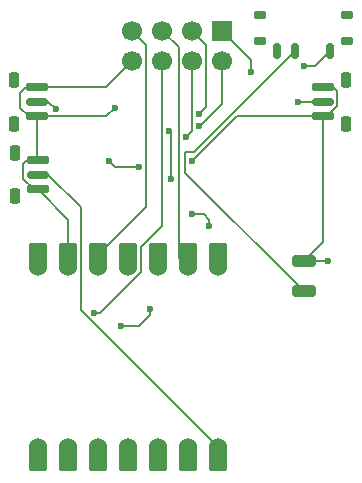
<source format=gbr>
%TF.GenerationSoftware,KiCad,Pcbnew,9.0.7*%
%TF.CreationDate,2026-01-31T17:00:11+00:00*%
%TF.ProjectId,timetable,74696d65-7461-4626-9c65-2e6b69636164,rev?*%
%TF.SameCoordinates,Original*%
%TF.FileFunction,Copper,L1,Top*%
%TF.FilePolarity,Positive*%
%FSLAX46Y46*%
G04 Gerber Fmt 4.6, Leading zero omitted, Abs format (unit mm)*
G04 Created by KiCad (PCBNEW 9.0.7) date 2026-01-31 17:00:11*
%MOMM*%
%LPD*%
G01*
G04 APERTURE LIST*
G04 Aperture macros list*
%AMRoundRect*
0 Rectangle with rounded corners*
0 $1 Rounding radius*
0 $2 $3 $4 $5 $6 $7 $8 $9 X,Y pos of 4 corners*
0 Add a 4 corners polygon primitive as box body*
4,1,4,$2,$3,$4,$5,$6,$7,$8,$9,$2,$3,0*
0 Add four circle primitives for the rounded corners*
1,1,$1+$1,$2,$3*
1,1,$1+$1,$4,$5*
1,1,$1+$1,$6,$7*
1,1,$1+$1,$8,$9*
0 Add four rect primitives between the rounded corners*
20,1,$1+$1,$2,$3,$4,$5,0*
20,1,$1+$1,$4,$5,$6,$7,0*
20,1,$1+$1,$6,$7,$8,$9,0*
20,1,$1+$1,$8,$9,$2,$3,0*%
G04 Aperture macros list end*
%TA.AperFunction,SMDPad,CuDef*%
%ADD10RoundRect,0.187500X0.712500X-0.187500X0.712500X0.187500X-0.712500X0.187500X-0.712500X-0.187500X0*%
%TD*%
%TA.AperFunction,SMDPad,CuDef*%
%ADD11RoundRect,0.150000X0.750000X-0.150000X0.750000X0.150000X-0.750000X0.150000X-0.750000X-0.150000X0*%
%TD*%
%TA.AperFunction,SMDPad,CuDef*%
%ADD12RoundRect,0.225000X0.225000X-0.425000X0.225000X0.425000X-0.225000X0.425000X-0.225000X-0.425000X0*%
%TD*%
%TA.AperFunction,SMDPad,CuDef*%
%ADD13RoundRect,0.152400X-0.609600X1.063600X-0.609600X-1.063600X0.609600X-1.063600X0.609600X1.063600X0*%
%TD*%
%TA.AperFunction,ComponentPad*%
%ADD14C,1.524000*%
%TD*%
%TA.AperFunction,SMDPad,CuDef*%
%ADD15RoundRect,0.152400X0.609600X-1.063600X0.609600X1.063600X-0.609600X1.063600X-0.609600X-1.063600X0*%
%TD*%
%TA.AperFunction,SMDPad,CuDef*%
%ADD16RoundRect,0.150000X0.150000X0.500000X-0.150000X0.500000X-0.150000X-0.500000X0.150000X-0.500000X0*%
%TD*%
%TA.AperFunction,SMDPad,CuDef*%
%ADD17RoundRect,0.175000X0.350000X0.175000X-0.350000X0.175000X-0.350000X-0.175000X0.350000X-0.175000X0*%
%TD*%
%TA.AperFunction,SMDPad,CuDef*%
%ADD18RoundRect,0.250000X0.750000X-0.250000X0.750000X0.250000X-0.750000X0.250000X-0.750000X-0.250000X0*%
%TD*%
%TA.AperFunction,SMDPad,CuDef*%
%ADD19RoundRect,0.187500X-0.712500X0.187500X-0.712500X-0.187500X0.712500X-0.187500X0.712500X0.187500X0*%
%TD*%
%TA.AperFunction,SMDPad,CuDef*%
%ADD20RoundRect,0.150000X-0.750000X0.150000X-0.750000X-0.150000X0.750000X-0.150000X0.750000X0.150000X0*%
%TD*%
%TA.AperFunction,SMDPad,CuDef*%
%ADD21RoundRect,0.225000X-0.225000X0.425000X-0.225000X-0.425000X0.225000X-0.425000X0.225000X0.425000X0*%
%TD*%
%TA.AperFunction,ComponentPad*%
%ADD22R,1.700000X1.700000*%
%TD*%
%TA.AperFunction,ComponentPad*%
%ADD23C,1.700000*%
%TD*%
%TA.AperFunction,ViaPad*%
%ADD24C,0.600000*%
%TD*%
%TA.AperFunction,Conductor*%
%ADD25C,0.200000*%
%TD*%
G04 APERTURE END LIST*
D10*
%TO.P,SW3,1,1*%
%TO.N,GND*%
X217100000Y-29225000D03*
X217100000Y-26775000D03*
D11*
%TO.P,SW3,2,2*%
%TO.N,b2*%
X217100000Y-28000000D03*
D12*
%TO.P,SW3,MP*%
%TO.N,N/C*%
X219050000Y-29850000D03*
X219050000Y-26150000D03*
%TD*%
D13*
%TO.P,U1,1,GPIO26/ADC0/A0*%
%TO.N,cs*%
X193000000Y-58075000D03*
D14*
X193000000Y-57240000D03*
D13*
%TO.P,U1,2,GPIO27/ADC1/A1*%
%TO.N,sda{slash}din*%
X195540000Y-58075000D03*
D14*
X195540000Y-57240000D03*
D13*
%TO.P,U1,3,GPIO28/ADC2/A2*%
%TO.N,b1*%
X198080000Y-58075000D03*
D14*
X198080000Y-57240000D03*
D13*
%TO.P,U1,4,GPIO29/ADC3/A3*%
%TO.N,b2*%
X200620000Y-58075000D03*
D14*
X200620000Y-57240000D03*
D13*
%TO.P,U1,5,GPIO6/SDA*%
%TO.N,Net-(D1-DIN)*%
X203160000Y-58075000D03*
D14*
X203160000Y-57240000D03*
D13*
%TO.P,U1,6,GPIO7/SCL*%
%TO.N,unconnected-(U1-GPIO7{slash}SCL-Pad6)*%
X205700000Y-58075000D03*
D14*
X205700000Y-57240000D03*
D13*
%TO.P,U1,7,GPIO0/TX*%
%TO.N,b3*%
X208240000Y-58075000D03*
D14*
X208240000Y-57240000D03*
%TO.P,U1,8,GPIO1/RX*%
%TO.N,res*%
X208240000Y-42000000D03*
D15*
X208240000Y-41165000D03*
D14*
%TO.P,U1,9,GPIO2/SCK*%
%TO.N,scl{slash}clk*%
X205700000Y-42000000D03*
D15*
X205700000Y-41165000D03*
D14*
%TO.P,U1,10,GPIO4/MISO*%
%TO.N,d{slash}c*%
X203160000Y-42000000D03*
D15*
X203160000Y-41165000D03*
D14*
%TO.P,U1,11,GPIO3/MOSI*%
%TO.N,busy*%
X200620000Y-42000000D03*
D15*
X200620000Y-41165000D03*
D14*
%TO.P,U1,12,3V3*%
%TO.N,+3.3V*%
X198080000Y-42000000D03*
D15*
X198080000Y-41165000D03*
D14*
%TO.P,U1,13,GND*%
%TO.N,GND*%
X195540000Y-42000000D03*
D15*
X195540000Y-41165000D03*
D14*
%TO.P,U1,14,VBUS*%
%TO.N,unconnected-(U1-VBUS-Pad14)*%
X193000000Y-42000000D03*
D15*
X193000000Y-41165000D03*
%TD*%
D16*
%TO.P,SW2,1,A*%
%TO.N,Net-(B+1-Pin_1)*%
X217740000Y-23710000D03*
%TO.P,SW2,2,B*%
%TO.N,Net-(SW2-B)*%
X214740000Y-23710000D03*
%TO.P,SW2,3,C*%
%TO.N,unconnected-(SW2-C-Pad3)*%
X213240000Y-23710000D03*
D17*
%TO.P,SW2,SH*%
%TO.N,N/C*%
X219165000Y-22860000D03*
X219165000Y-20660000D03*
X211815000Y-22860000D03*
X211815000Y-20660000D03*
%TD*%
D18*
%TO.P,GND,1,Pin_1*%
%TO.N,GND*%
X215500000Y-41500000D03*
%TD*%
D19*
%TO.P,SW4,1,1*%
%TO.N,GND*%
X192950000Y-32925000D03*
X192950000Y-35375000D03*
D20*
%TO.P,SW4,2,2*%
%TO.N,b3*%
X192950000Y-34150000D03*
D21*
%TO.P,SW4,MP*%
%TO.N,N/C*%
X191000000Y-32300000D03*
X191000000Y-36000000D03*
%TD*%
D18*
%TO.P,VIN,1,Pin_1*%
%TO.N,Net-(SW2-B)*%
X215500000Y-44050000D03*
%TD*%
D19*
%TO.P,SW1,1,1*%
%TO.N,GND*%
X192900000Y-26775000D03*
X192900000Y-29225000D03*
D20*
%TO.P,SW1,2,2*%
%TO.N,b1*%
X192900000Y-28000000D03*
D21*
%TO.P,SW1,MP*%
%TO.N,N/C*%
X190950000Y-26150000D03*
X190950000Y-29850000D03*
%TD*%
D22*
%TO.P,J2,1,Pin_1*%
%TO.N,busy*%
X208580000Y-22000000D03*
D23*
%TO.P,J2,2,Pin_2*%
%TO.N,res*%
X208580000Y-24540000D03*
%TO.P,J2,3,Pin_3*%
%TO.N,d{slash}c*%
X206040000Y-22000000D03*
%TO.P,J2,4,Pin_4*%
%TO.N,cs*%
X206040000Y-24540000D03*
%TO.P,J2,5,Pin_5*%
%TO.N,scl{slash}clk*%
X203500000Y-22000000D03*
%TO.P,J2,6,Pin_6*%
%TO.N,sda{slash}din*%
X203500000Y-24540000D03*
%TO.P,J2,7,Pin_7*%
%TO.N,+3.3V*%
X200960000Y-22000000D03*
%TO.P,J2,8,Pin_8*%
%TO.N,GND*%
X200960000Y-24540000D03*
%TD*%
D24*
%TO.N,cs*%
X200000000Y-47000000D03*
X202500000Y-45500000D03*
X205500000Y-31000000D03*
%TO.N,sda{slash}din*%
X197732765Y-45884235D03*
%TO.N,res*%
X206640000Y-30000000D03*
%TO.N,d{slash}c*%
X206640000Y-29000000D03*
%TO.N,busy*%
X211000000Y-25500000D03*
%TO.N,b1*%
X194500000Y-28625000D03*
%TO.N,b2*%
X215000000Y-28000000D03*
%TO.N,GND*%
X217500000Y-41500000D03*
X201500000Y-33500000D03*
X204289000Y-34500000D03*
X204100000Y-30500000D03*
X199000000Y-33000000D03*
X199500000Y-28500000D03*
X206040000Y-33000000D03*
%TO.N,Net-(B+1-Pin_1)*%
X206000000Y-37500000D03*
X215500000Y-25000000D03*
X207500000Y-38500000D03*
%TD*%
D25*
%TO.N,scl{slash}clk*%
X204889000Y-23389000D02*
X204889000Y-41189000D01*
X203500000Y-22000000D02*
X204889000Y-23389000D01*
X204889000Y-41189000D02*
X205700000Y-42000000D01*
%TO.N,+3.3V*%
X200960000Y-22000000D02*
X202111000Y-23151000D01*
X202111000Y-23151000D02*
X202111000Y-36891370D01*
X198080000Y-40922370D02*
X198080000Y-42000000D01*
X202111000Y-36891370D02*
X198080000Y-40922370D01*
%TO.N,cs*%
X206040000Y-24540000D02*
X206040000Y-30460000D01*
X206040000Y-30460000D02*
X205500000Y-31000000D01*
X201500000Y-47000000D02*
X200000000Y-47000000D01*
X202500000Y-46000000D02*
X201500000Y-47000000D01*
X202500000Y-45500000D02*
X202500000Y-46000000D01*
%TO.N,sda{slash}din*%
X198239075Y-45884235D02*
X197732765Y-45884235D01*
X203500000Y-38506374D02*
X201683000Y-40323374D01*
X201683000Y-40323374D02*
X201683000Y-42440310D01*
X203500000Y-24540000D02*
X203500000Y-38506374D01*
X201683000Y-42440310D02*
X198239075Y-45884235D01*
%TO.N,res*%
X206723602Y-30000000D02*
X206640000Y-30000000D01*
X208580000Y-24540000D02*
X208580000Y-28143602D01*
X208580000Y-28143602D02*
X206723602Y-30000000D01*
%TO.N,d{slash}c*%
X207191000Y-28449000D02*
X206640000Y-29000000D01*
X206040000Y-22000000D02*
X207191000Y-23151000D01*
X207191000Y-23151000D02*
X207191000Y-28449000D01*
%TO.N,busy*%
X211000000Y-24420000D02*
X211000000Y-25500000D01*
X208580000Y-22000000D02*
X211000000Y-24420000D01*
%TO.N,b1*%
X192900000Y-28000000D02*
X193875000Y-28000000D01*
X193875000Y-28000000D02*
X194500000Y-28625000D01*
%TO.N,b2*%
X215000000Y-28000000D02*
X217100000Y-28000000D01*
%TO.N,b3*%
X196603000Y-36903001D02*
X193849999Y-34150000D01*
X193849999Y-34150000D02*
X192950000Y-34150000D01*
X196603000Y-45603000D02*
X196603000Y-36903001D01*
X208240000Y-57240000D02*
X196603000Y-45603000D01*
%TO.N,GND*%
X192900000Y-32875000D02*
X192950000Y-32925000D01*
X215500000Y-41500000D02*
X217100000Y-39900000D01*
X204100000Y-30500000D02*
X204289000Y-30689000D01*
X217100000Y-29225000D02*
X209815000Y-29225000D01*
X199500000Y-33500000D02*
X201500000Y-33500000D01*
X217416968Y-29225000D02*
X217100000Y-29225000D01*
X218000000Y-26775000D02*
X218301000Y-27076000D01*
X191749000Y-34490968D02*
X192633032Y-35375000D01*
X217500000Y-41500000D02*
X215500000Y-41500000D01*
X191500000Y-27275000D02*
X191500000Y-28500000D01*
X191500000Y-28500000D02*
X192225000Y-29225000D01*
X217100000Y-39900000D02*
X217100000Y-29225000D01*
X198775000Y-29225000D02*
X199500000Y-28500000D01*
X192950000Y-35375000D02*
X195540000Y-37965000D01*
X192900000Y-26775000D02*
X192000000Y-26775000D01*
X192225000Y-29225000D02*
X192900000Y-29225000D01*
X192900000Y-29225000D02*
X192900000Y-32875000D01*
X218301000Y-28340968D02*
X217416968Y-29225000D01*
X204289000Y-30689000D02*
X204289000Y-34500000D01*
X195540000Y-37965000D02*
X195540000Y-42000000D01*
X217100000Y-26775000D02*
X218000000Y-26775000D01*
X191749000Y-33226000D02*
X191749000Y-34490968D01*
X192900000Y-29225000D02*
X198775000Y-29225000D01*
X209815000Y-29225000D02*
X206040000Y-33000000D01*
X218301000Y-27076000D02*
X218301000Y-28340968D01*
X200960000Y-24540000D02*
X198725000Y-26775000D01*
X192050000Y-32925000D02*
X191749000Y-33226000D01*
X198725000Y-26775000D02*
X192900000Y-26775000D01*
X192633032Y-35375000D02*
X192950000Y-35375000D01*
X192000000Y-26775000D02*
X191500000Y-27275000D01*
X199000000Y-33000000D02*
X199500000Y-33500000D01*
X192950000Y-32925000D02*
X192050000Y-32925000D01*
%TO.N,Net-(B+1-Pin_1)*%
X216450000Y-25000000D02*
X215500000Y-25000000D01*
X217740000Y-23710000D02*
X216450000Y-25000000D01*
X207500000Y-38000000D02*
X207000000Y-37500000D01*
X207000000Y-37500000D02*
X206000000Y-37500000D01*
X207500000Y-38500000D02*
X207500000Y-38000000D01*
%TO.N,Net-(SW2-B)*%
X205439000Y-32261000D02*
X205439000Y-33989000D01*
X205439000Y-33989000D02*
X215500000Y-44050000D01*
X205439000Y-32261000D02*
X206189000Y-32261000D01*
X206189000Y-32261000D02*
X214740000Y-23710000D01*
%TD*%
M02*

</source>
